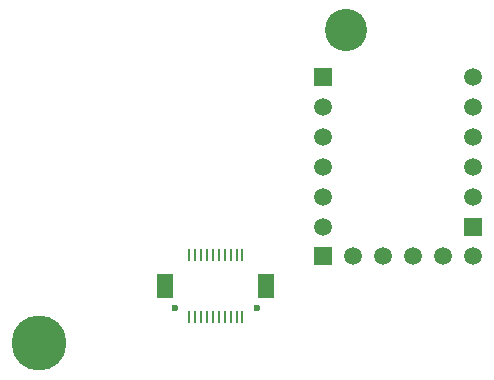
<source format=gbs>
%FSLAX25Y25*%
%MOIN*%
G70*
G01*
G75*
%ADD36R,0.05905X0.05905*%
%ADD37C,0.05905*%
%ADD38R,0.05905X0.05905*%
%ADD39C,0.02362*%
%ADD40C,0.14094*%
%ADD41C,0.18315*%
%ADD43R,0.00984X0.03937*%
%ADD44R,0.05512X0.08268*%
D36*
X397000Y260063D02*
D03*
X347000Y310063D02*
D03*
D37*
X397000Y270063D02*
D03*
Y280063D02*
D03*
Y290063D02*
D03*
Y300063D02*
D03*
Y310063D02*
D03*
X347000Y300063D02*
D03*
Y290063D02*
D03*
Y280063D02*
D03*
Y270063D02*
D03*
Y260063D02*
D03*
X357000Y250563D02*
D03*
X367000D02*
D03*
X377000D02*
D03*
X387000D02*
D03*
X397000D02*
D03*
D38*
X347000D02*
D03*
D39*
X324921Y233020D02*
D03*
X297362D02*
D03*
D40*
X354468Y325917D02*
D03*
D41*
X252260Y221358D02*
D03*
D43*
X320000Y250933D02*
D03*
X318032D02*
D03*
X316063D02*
D03*
X314094D02*
D03*
X312126D02*
D03*
X310157D02*
D03*
X308189D02*
D03*
X306221D02*
D03*
X304252D02*
D03*
X302284D02*
D03*
Y230067D02*
D03*
X304252D02*
D03*
X306221D02*
D03*
X308189D02*
D03*
X310157D02*
D03*
X312126D02*
D03*
X314094D02*
D03*
X316063D02*
D03*
X318032D02*
D03*
X320000D02*
D03*
D44*
X328000Y240500D02*
D03*
X294284D02*
D03*
M02*

</source>
